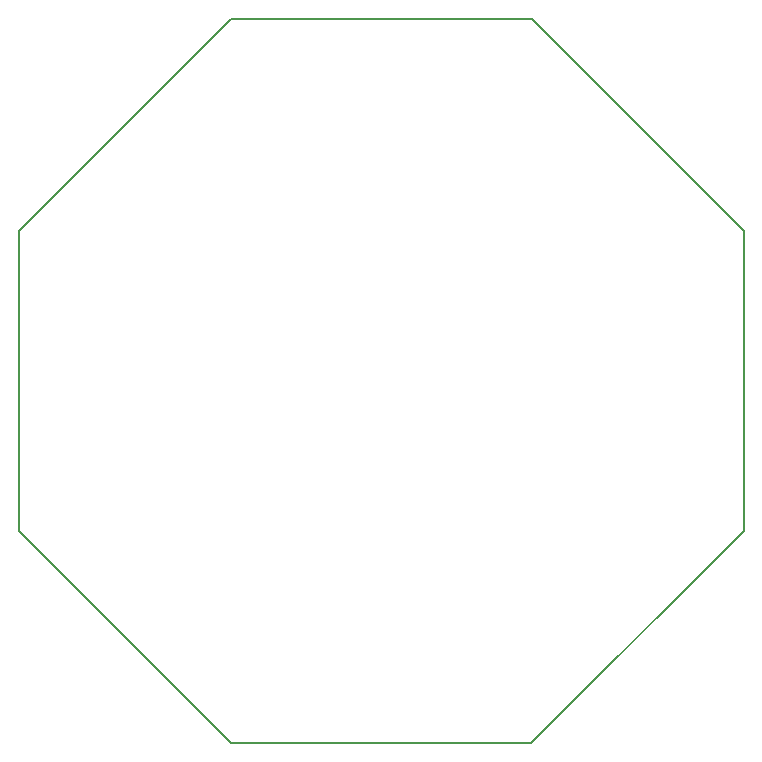
<source format=gko>
G04 EasyPC Gerber Version 20.0.2 Build 4112 *
G04 #@! TF.Part,Single*
%FSLAX24Y24*%
%MOIN*%
%ADD84C,0.00500*%
X0Y0D02*
D02*
D84*
X24195Y17125D02*
X17125Y24195D01*
X7115*
X35Y17115*
Y7125*
X7105Y55*
X17115*
X24195Y7135*
Y17125*
X0Y0D02*
M02*

</source>
